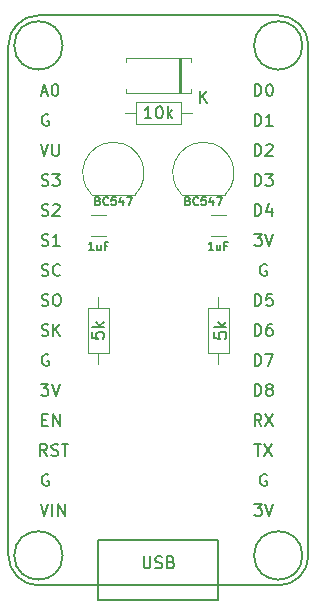
<source format=gbr>
G04 #@! TF.GenerationSoftware,KiCad,Pcbnew,(5.0.1)-4*
G04 #@! TF.CreationDate,2018-12-08T00:24:21+01:00*
G04 #@! TF.ProjectId,Motion Detector,4D6F74696F6E204465746563746F722E,rev?*
G04 #@! TF.SameCoordinates,Original*
G04 #@! TF.FileFunction,Legend,Top*
G04 #@! TF.FilePolarity,Positive*
%FSLAX46Y46*%
G04 Gerber Fmt 4.6, Leading zero omitted, Abs format (unit mm)*
G04 Created by KiCad (PCBNEW (5.0.1)-4) date 08-Dec-18 12:24:21 AM*
%MOMM*%
%LPD*%
G01*
G04 APERTURE LIST*
%ADD10C,0.120000*%
%ADD11C,0.150000*%
G04 APERTURE END LIST*
D10*
G04 #@! TO.C,C1*
X153021000Y-89820000D02*
X154279000Y-89820000D01*
X153021000Y-87980000D02*
X154279000Y-87980000D01*
G04 #@! TO.C,C2*
X144159000Y-87980000D02*
X142901000Y-87980000D01*
X144159000Y-89820000D02*
X142901000Y-89820000D01*
G04 #@! TO.C,D1*
X151310000Y-77340000D02*
X151310000Y-77670000D01*
X151310000Y-77670000D02*
X145870000Y-77670000D01*
X145870000Y-77670000D02*
X145870000Y-77340000D01*
X151310000Y-75060000D02*
X151310000Y-74730000D01*
X151310000Y-74730000D02*
X145870000Y-74730000D01*
X145870000Y-74730000D02*
X145870000Y-75060000D01*
X150410000Y-77670000D02*
X150410000Y-74730000D01*
X150290000Y-77670000D02*
X150290000Y-74730000D01*
X150530000Y-77670000D02*
X150530000Y-74730000D01*
G04 #@! TO.C,Q1*
X150600000Y-86305000D02*
X154200000Y-86305000D01*
X150561522Y-86293478D02*
G75*
G02X152400000Y-81855000I1838478J1838478D01*
G01*
X154238478Y-86293478D02*
G75*
G03X152400000Y-81855000I-1838478J1838478D01*
G01*
G04 #@! TO.C,Q2*
X146618478Y-86293478D02*
G75*
G03X144780000Y-81855000I-1838478J1838478D01*
G01*
X142941522Y-86293478D02*
G75*
G02X144780000Y-81855000I1838478J1838478D01*
G01*
X142980000Y-86305000D02*
X146580000Y-86305000D01*
G04 #@! TO.C,R1*
X153670000Y-94920000D02*
X153670000Y-95870000D01*
X153670000Y-100660000D02*
X153670000Y-99710000D01*
X152750000Y-95870000D02*
X152750000Y-99710000D01*
X154590000Y-95870000D02*
X152750000Y-95870000D01*
X154590000Y-99710000D02*
X154590000Y-95870000D01*
X152750000Y-99710000D02*
X154590000Y-99710000D01*
G04 #@! TO.C,R2*
X142590000Y-99710000D02*
X144430000Y-99710000D01*
X144430000Y-99710000D02*
X144430000Y-95870000D01*
X144430000Y-95870000D02*
X142590000Y-95870000D01*
X142590000Y-95870000D02*
X142590000Y-99710000D01*
X143510000Y-100660000D02*
X143510000Y-99710000D01*
X143510000Y-94920000D02*
X143510000Y-95870000D01*
G04 #@! TO.C,R3*
X146670000Y-78455000D02*
X146670000Y-80295000D01*
X146670000Y-80295000D02*
X150510000Y-80295000D01*
X150510000Y-80295000D02*
X150510000Y-78455000D01*
X150510000Y-78455000D02*
X146670000Y-78455000D01*
X145720000Y-79375000D02*
X146670000Y-79375000D01*
X151460000Y-79375000D02*
X150510000Y-79375000D01*
D11*
G04 #@! TO.C,U1*
X135890000Y-73660000D02*
G75*
G02X138430000Y-71120000I2540000J0D01*
G01*
X158750000Y-71120000D02*
G75*
G02X161290000Y-73660000I0J-2540000D01*
G01*
X161290000Y-116840000D02*
G75*
G02X158750000Y-119380000I-2540000J0D01*
G01*
X138430000Y-119380000D02*
G75*
G02X135890000Y-116840000I0J2540000D01*
G01*
X138430000Y-71120000D02*
X158750000Y-71120000D01*
X161290000Y-73660000D02*
X161290000Y-116840000D01*
X158750000Y-119380000D02*
X138430000Y-119380000D01*
X135890000Y-116840000D02*
X135890000Y-73660000D01*
X153670000Y-120650000D02*
X153670000Y-115570000D01*
X153670000Y-115570000D02*
X143510000Y-115570000D01*
X143510000Y-115570000D02*
X143510000Y-120650000D01*
X143510000Y-120650000D02*
X153670000Y-120650000D01*
X140477813Y-116840000D02*
G75*
G03X140477813Y-116840000I-2047813J0D01*
G01*
X160782000Y-116840000D02*
G75*
G03X160782000Y-116840000I-2047813J0D01*
G01*
X160782000Y-73660000D02*
G75*
G03X160782000Y-73660000I-2047813J0D01*
G01*
X140477813Y-73660000D02*
G75*
G03X140477813Y-73660000I-2047813J0D01*
G01*
G04 #@! TO.C,C1*
X153233333Y-90994666D02*
X152833333Y-90994666D01*
X153033333Y-90994666D02*
X153033333Y-90294666D01*
X152966666Y-90394666D01*
X152900000Y-90461333D01*
X152833333Y-90494666D01*
X153833333Y-90528000D02*
X153833333Y-90994666D01*
X153533333Y-90528000D02*
X153533333Y-90894666D01*
X153566666Y-90961333D01*
X153633333Y-90994666D01*
X153733333Y-90994666D01*
X153800000Y-90961333D01*
X153833333Y-90928000D01*
X154400000Y-90628000D02*
X154166666Y-90628000D01*
X154166666Y-90994666D02*
X154166666Y-90294666D01*
X154500000Y-90294666D01*
G04 #@! TO.C,C2*
X143093333Y-90994666D02*
X142693333Y-90994666D01*
X142893333Y-90994666D02*
X142893333Y-90294666D01*
X142826666Y-90394666D01*
X142760000Y-90461333D01*
X142693333Y-90494666D01*
X143693333Y-90528000D02*
X143693333Y-90994666D01*
X143393333Y-90528000D02*
X143393333Y-90894666D01*
X143426666Y-90961333D01*
X143493333Y-90994666D01*
X143593333Y-90994666D01*
X143660000Y-90961333D01*
X143693333Y-90928000D01*
X144260000Y-90628000D02*
X144026666Y-90628000D01*
X144026666Y-90994666D02*
X144026666Y-90294666D01*
X144360000Y-90294666D01*
G04 #@! TO.C,D1*
X152138095Y-78552380D02*
X152138095Y-77552380D01*
X152709523Y-78552380D02*
X152280952Y-77980952D01*
X152709523Y-77552380D02*
X152138095Y-78123809D01*
G04 #@! TO.C,Q1*
X151100000Y-86818000D02*
X151200000Y-86851333D01*
X151233333Y-86884666D01*
X151266666Y-86951333D01*
X151266666Y-87051333D01*
X151233333Y-87118000D01*
X151200000Y-87151333D01*
X151133333Y-87184666D01*
X150866666Y-87184666D01*
X150866666Y-86484666D01*
X151100000Y-86484666D01*
X151166666Y-86518000D01*
X151200000Y-86551333D01*
X151233333Y-86618000D01*
X151233333Y-86684666D01*
X151200000Y-86751333D01*
X151166666Y-86784666D01*
X151100000Y-86818000D01*
X150866666Y-86818000D01*
X151966666Y-87118000D02*
X151933333Y-87151333D01*
X151833333Y-87184666D01*
X151766666Y-87184666D01*
X151666666Y-87151333D01*
X151600000Y-87084666D01*
X151566666Y-87018000D01*
X151533333Y-86884666D01*
X151533333Y-86784666D01*
X151566666Y-86651333D01*
X151600000Y-86584666D01*
X151666666Y-86518000D01*
X151766666Y-86484666D01*
X151833333Y-86484666D01*
X151933333Y-86518000D01*
X151966666Y-86551333D01*
X152600000Y-86484666D02*
X152266666Y-86484666D01*
X152233333Y-86818000D01*
X152266666Y-86784666D01*
X152333333Y-86751333D01*
X152500000Y-86751333D01*
X152566666Y-86784666D01*
X152600000Y-86818000D01*
X152633333Y-86884666D01*
X152633333Y-87051333D01*
X152600000Y-87118000D01*
X152566666Y-87151333D01*
X152500000Y-87184666D01*
X152333333Y-87184666D01*
X152266666Y-87151333D01*
X152233333Y-87118000D01*
X153233333Y-86718000D02*
X153233333Y-87184666D01*
X153066666Y-86451333D02*
X152900000Y-86951333D01*
X153333333Y-86951333D01*
X153533333Y-86484666D02*
X154000000Y-86484666D01*
X153700000Y-87184666D01*
G04 #@! TO.C,Q2*
X143480000Y-86818000D02*
X143580000Y-86851333D01*
X143613333Y-86884666D01*
X143646666Y-86951333D01*
X143646666Y-87051333D01*
X143613333Y-87118000D01*
X143580000Y-87151333D01*
X143513333Y-87184666D01*
X143246666Y-87184666D01*
X143246666Y-86484666D01*
X143480000Y-86484666D01*
X143546666Y-86518000D01*
X143580000Y-86551333D01*
X143613333Y-86618000D01*
X143613333Y-86684666D01*
X143580000Y-86751333D01*
X143546666Y-86784666D01*
X143480000Y-86818000D01*
X143246666Y-86818000D01*
X144346666Y-87118000D02*
X144313333Y-87151333D01*
X144213333Y-87184666D01*
X144146666Y-87184666D01*
X144046666Y-87151333D01*
X143980000Y-87084666D01*
X143946666Y-87018000D01*
X143913333Y-86884666D01*
X143913333Y-86784666D01*
X143946666Y-86651333D01*
X143980000Y-86584666D01*
X144046666Y-86518000D01*
X144146666Y-86484666D01*
X144213333Y-86484666D01*
X144313333Y-86518000D01*
X144346666Y-86551333D01*
X144980000Y-86484666D02*
X144646666Y-86484666D01*
X144613333Y-86818000D01*
X144646666Y-86784666D01*
X144713333Y-86751333D01*
X144880000Y-86751333D01*
X144946666Y-86784666D01*
X144980000Y-86818000D01*
X145013333Y-86884666D01*
X145013333Y-87051333D01*
X144980000Y-87118000D01*
X144946666Y-87151333D01*
X144880000Y-87184666D01*
X144713333Y-87184666D01*
X144646666Y-87151333D01*
X144613333Y-87118000D01*
X145613333Y-86718000D02*
X145613333Y-87184666D01*
X145446666Y-86451333D02*
X145280000Y-86951333D01*
X145713333Y-86951333D01*
X145913333Y-86484666D02*
X146380000Y-86484666D01*
X146080000Y-87184666D01*
G04 #@! TO.C,R1*
X153317379Y-97956666D02*
X153317379Y-98432857D01*
X153793570Y-98480476D01*
X153745951Y-98432857D01*
X153698332Y-98337619D01*
X153698332Y-98099523D01*
X153745951Y-98004285D01*
X153793570Y-97956666D01*
X153888808Y-97909047D01*
X154126903Y-97909047D01*
X154222141Y-97956666D01*
X154269760Y-98004285D01*
X154317379Y-98099523D01*
X154317379Y-98337619D01*
X154269760Y-98432857D01*
X154222141Y-98480476D01*
X154317379Y-97480476D02*
X153317379Y-97480476D01*
X153936427Y-97385238D02*
X154317379Y-97099523D01*
X153650713Y-97099523D02*
X154031665Y-97480476D01*
G04 #@! TO.C,R2*
X142962380Y-97956666D02*
X142962380Y-98432857D01*
X143438571Y-98480476D01*
X143390952Y-98432857D01*
X143343333Y-98337619D01*
X143343333Y-98099523D01*
X143390952Y-98004285D01*
X143438571Y-97956666D01*
X143533809Y-97909047D01*
X143771904Y-97909047D01*
X143867142Y-97956666D01*
X143914761Y-98004285D01*
X143962380Y-98099523D01*
X143962380Y-98337619D01*
X143914761Y-98432857D01*
X143867142Y-98480476D01*
X143962380Y-97480476D02*
X142962380Y-97480476D01*
X143581428Y-97385238D02*
X143962380Y-97099523D01*
X143295714Y-97099523D02*
X143676666Y-97480476D01*
G04 #@! TO.C,R3*
X147994761Y-79827380D02*
X147423333Y-79827380D01*
X147709047Y-79827380D02*
X147709047Y-78827380D01*
X147613809Y-78970238D01*
X147518571Y-79065476D01*
X147423333Y-79113095D01*
X148613809Y-78827380D02*
X148709047Y-78827380D01*
X148804285Y-78875000D01*
X148851904Y-78922619D01*
X148899523Y-79017857D01*
X148947142Y-79208333D01*
X148947142Y-79446428D01*
X148899523Y-79636904D01*
X148851904Y-79732142D01*
X148804285Y-79779761D01*
X148709047Y-79827380D01*
X148613809Y-79827380D01*
X148518571Y-79779761D01*
X148470952Y-79732142D01*
X148423333Y-79636904D01*
X148375714Y-79446428D01*
X148375714Y-79208333D01*
X148423333Y-79017857D01*
X148470952Y-78922619D01*
X148518571Y-78875000D01*
X148613809Y-78827380D01*
X149375714Y-79827380D02*
X149375714Y-78827380D01*
X149470952Y-79446428D02*
X149756666Y-79827380D01*
X149756666Y-79160714D02*
X149375714Y-79541666D01*
G04 #@! TO.C,U1*
X138604761Y-112482380D02*
X138938095Y-113482380D01*
X139271428Y-112482380D01*
X139604761Y-113482380D02*
X139604761Y-112482380D01*
X140080952Y-113482380D02*
X140080952Y-112482380D01*
X140652380Y-113482380D01*
X140652380Y-112482380D01*
X139271428Y-109990000D02*
X139176190Y-109942380D01*
X139033333Y-109942380D01*
X138890476Y-109990000D01*
X138795238Y-110085238D01*
X138747619Y-110180476D01*
X138700000Y-110370952D01*
X138700000Y-110513809D01*
X138747619Y-110704285D01*
X138795238Y-110799523D01*
X138890476Y-110894761D01*
X139033333Y-110942380D01*
X139128571Y-110942380D01*
X139271428Y-110894761D01*
X139319047Y-110847142D01*
X139319047Y-110513809D01*
X139128571Y-110513809D01*
X139152380Y-108402380D02*
X138819047Y-107926190D01*
X138580952Y-108402380D02*
X138580952Y-107402380D01*
X138961904Y-107402380D01*
X139057142Y-107450000D01*
X139104761Y-107497619D01*
X139152380Y-107592857D01*
X139152380Y-107735714D01*
X139104761Y-107830952D01*
X139057142Y-107878571D01*
X138961904Y-107926190D01*
X138580952Y-107926190D01*
X139533333Y-108354761D02*
X139676190Y-108402380D01*
X139914285Y-108402380D01*
X140009523Y-108354761D01*
X140057142Y-108307142D01*
X140104761Y-108211904D01*
X140104761Y-108116666D01*
X140057142Y-108021428D01*
X140009523Y-107973809D01*
X139914285Y-107926190D01*
X139723809Y-107878571D01*
X139628571Y-107830952D01*
X139580952Y-107783333D01*
X139533333Y-107688095D01*
X139533333Y-107592857D01*
X139580952Y-107497619D01*
X139628571Y-107450000D01*
X139723809Y-107402380D01*
X139961904Y-107402380D01*
X140104761Y-107450000D01*
X140390476Y-107402380D02*
X140961904Y-107402380D01*
X140676190Y-108402380D02*
X140676190Y-107402380D01*
X138747618Y-105338571D02*
X139080952Y-105338571D01*
X139223809Y-105862380D02*
X138747618Y-105862380D01*
X138747618Y-104862380D01*
X139223809Y-104862380D01*
X139652380Y-105862380D02*
X139652380Y-104862380D01*
X140223809Y-105862380D01*
X140223809Y-104862380D01*
X138652381Y-102322380D02*
X139271428Y-102322380D01*
X138938095Y-102703333D01*
X139080952Y-102703333D01*
X139176190Y-102750952D01*
X139223809Y-102798571D01*
X139271428Y-102893809D01*
X139271428Y-103131904D01*
X139223809Y-103227142D01*
X139176190Y-103274761D01*
X139080952Y-103322380D01*
X138795238Y-103322380D01*
X138700000Y-103274761D01*
X138652381Y-103227142D01*
X139557143Y-102322380D02*
X139890476Y-103322380D01*
X140223809Y-102322380D01*
X139271428Y-99830000D02*
X139176190Y-99782380D01*
X139033333Y-99782380D01*
X138890476Y-99830000D01*
X138795238Y-99925238D01*
X138747619Y-100020476D01*
X138700000Y-100210952D01*
X138700000Y-100353809D01*
X138747619Y-100544285D01*
X138795238Y-100639523D01*
X138890476Y-100734761D01*
X139033333Y-100782380D01*
X139128571Y-100782380D01*
X139271428Y-100734761D01*
X139319047Y-100687142D01*
X139319047Y-100353809D01*
X139128571Y-100353809D01*
X138699999Y-98194761D02*
X138842856Y-98242380D01*
X139080952Y-98242380D01*
X139176190Y-98194761D01*
X139223809Y-98147142D01*
X139271428Y-98051904D01*
X139271428Y-97956666D01*
X139223809Y-97861428D01*
X139176190Y-97813809D01*
X139080952Y-97766190D01*
X138890475Y-97718571D01*
X138795237Y-97670952D01*
X138747618Y-97623333D01*
X138699999Y-97528095D01*
X138699999Y-97432857D01*
X138747618Y-97337619D01*
X138795237Y-97290000D01*
X138890475Y-97242380D01*
X139128571Y-97242380D01*
X139271428Y-97290000D01*
X139699999Y-98242380D02*
X139699999Y-97242380D01*
X140271428Y-98242380D02*
X139842856Y-97670952D01*
X140271428Y-97242380D02*
X139699999Y-97813809D01*
X138700000Y-95654761D02*
X138842857Y-95702380D01*
X139080952Y-95702380D01*
X139176190Y-95654761D01*
X139223809Y-95607142D01*
X139271428Y-95511904D01*
X139271428Y-95416666D01*
X139223809Y-95321428D01*
X139176190Y-95273809D01*
X139080952Y-95226190D01*
X138890476Y-95178571D01*
X138795238Y-95130952D01*
X138747619Y-95083333D01*
X138700000Y-94988095D01*
X138700000Y-94892857D01*
X138747619Y-94797619D01*
X138795238Y-94750000D01*
X138890476Y-94702380D01*
X139128571Y-94702380D01*
X139271428Y-94750000D01*
X139890476Y-94702380D02*
X140080952Y-94702380D01*
X140176190Y-94750000D01*
X140271428Y-94845238D01*
X140319047Y-95035714D01*
X140319047Y-95369047D01*
X140271428Y-95559523D01*
X140176190Y-95654761D01*
X140080952Y-95702380D01*
X139890476Y-95702380D01*
X139795238Y-95654761D01*
X139700000Y-95559523D01*
X139652381Y-95369047D01*
X139652381Y-95035714D01*
X139700000Y-94845238D01*
X139795238Y-94750000D01*
X139890476Y-94702380D01*
X138699999Y-93114761D02*
X138842856Y-93162380D01*
X139080952Y-93162380D01*
X139176190Y-93114761D01*
X139223809Y-93067142D01*
X139271428Y-92971904D01*
X139271428Y-92876666D01*
X139223809Y-92781428D01*
X139176190Y-92733809D01*
X139080952Y-92686190D01*
X138890475Y-92638571D01*
X138795237Y-92590952D01*
X138747618Y-92543333D01*
X138699999Y-92448095D01*
X138699999Y-92352857D01*
X138747618Y-92257619D01*
X138795237Y-92210000D01*
X138890475Y-92162380D01*
X139128571Y-92162380D01*
X139271428Y-92210000D01*
X140271428Y-93067142D02*
X140223809Y-93114761D01*
X140080952Y-93162380D01*
X139985714Y-93162380D01*
X139842856Y-93114761D01*
X139747618Y-93019523D01*
X139699999Y-92924285D01*
X139652380Y-92733809D01*
X139652380Y-92590952D01*
X139699999Y-92400476D01*
X139747618Y-92305238D01*
X139842856Y-92210000D01*
X139985714Y-92162380D01*
X140080952Y-92162380D01*
X140223809Y-92210000D01*
X140271428Y-92257619D01*
X138700000Y-90574761D02*
X138842857Y-90622380D01*
X139080952Y-90622380D01*
X139176190Y-90574761D01*
X139223809Y-90527142D01*
X139271428Y-90431904D01*
X139271428Y-90336666D01*
X139223809Y-90241428D01*
X139176190Y-90193809D01*
X139080952Y-90146190D01*
X138890476Y-90098571D01*
X138795238Y-90050952D01*
X138747619Y-90003333D01*
X138700000Y-89908095D01*
X138700000Y-89812857D01*
X138747619Y-89717619D01*
X138795238Y-89670000D01*
X138890476Y-89622380D01*
X139128571Y-89622380D01*
X139271428Y-89670000D01*
X140223809Y-90622380D02*
X139652381Y-90622380D01*
X139938095Y-90622380D02*
X139938095Y-89622380D01*
X139842857Y-89765238D01*
X139747619Y-89860476D01*
X139652381Y-89908095D01*
X138700000Y-88034761D02*
X138842857Y-88082380D01*
X139080952Y-88082380D01*
X139176190Y-88034761D01*
X139223809Y-87987142D01*
X139271428Y-87891904D01*
X139271428Y-87796666D01*
X139223809Y-87701428D01*
X139176190Y-87653809D01*
X139080952Y-87606190D01*
X138890476Y-87558571D01*
X138795238Y-87510952D01*
X138747619Y-87463333D01*
X138700000Y-87368095D01*
X138700000Y-87272857D01*
X138747619Y-87177619D01*
X138795238Y-87130000D01*
X138890476Y-87082380D01*
X139128571Y-87082380D01*
X139271428Y-87130000D01*
X139652381Y-87177619D02*
X139700000Y-87130000D01*
X139795238Y-87082380D01*
X140033333Y-87082380D01*
X140128571Y-87130000D01*
X140176190Y-87177619D01*
X140223809Y-87272857D01*
X140223809Y-87368095D01*
X140176190Y-87510952D01*
X139604762Y-88082380D01*
X140223809Y-88082380D01*
X138700000Y-85494761D02*
X138842857Y-85542380D01*
X139080952Y-85542380D01*
X139176190Y-85494761D01*
X139223809Y-85447142D01*
X139271428Y-85351904D01*
X139271428Y-85256666D01*
X139223809Y-85161428D01*
X139176190Y-85113809D01*
X139080952Y-85066190D01*
X138890476Y-85018571D01*
X138795238Y-84970952D01*
X138747619Y-84923333D01*
X138700000Y-84828095D01*
X138700000Y-84732857D01*
X138747619Y-84637619D01*
X138795238Y-84590000D01*
X138890476Y-84542380D01*
X139128571Y-84542380D01*
X139271428Y-84590000D01*
X139604762Y-84542380D02*
X140223809Y-84542380D01*
X139890476Y-84923333D01*
X140033333Y-84923333D01*
X140128571Y-84970952D01*
X140176190Y-85018571D01*
X140223809Y-85113809D01*
X140223809Y-85351904D01*
X140176190Y-85447142D01*
X140128571Y-85494761D01*
X140033333Y-85542380D01*
X139747619Y-85542380D01*
X139652381Y-85494761D01*
X139604762Y-85447142D01*
X138604762Y-82002380D02*
X138938095Y-83002380D01*
X139271428Y-82002380D01*
X139604762Y-82002380D02*
X139604762Y-82811904D01*
X139652381Y-82907142D01*
X139700000Y-82954761D01*
X139795238Y-83002380D01*
X139985714Y-83002380D01*
X140080952Y-82954761D01*
X140128571Y-82907142D01*
X140176190Y-82811904D01*
X140176190Y-82002380D01*
X139271428Y-79510000D02*
X139176190Y-79462380D01*
X139033333Y-79462380D01*
X138890476Y-79510000D01*
X138795238Y-79605238D01*
X138747619Y-79700476D01*
X138700000Y-79890952D01*
X138700000Y-80033809D01*
X138747619Y-80224285D01*
X138795238Y-80319523D01*
X138890476Y-80414761D01*
X139033333Y-80462380D01*
X139128571Y-80462380D01*
X139271428Y-80414761D01*
X139319047Y-80367142D01*
X139319047Y-80033809D01*
X139128571Y-80033809D01*
X138700000Y-77636666D02*
X139176190Y-77636666D01*
X138604762Y-77922380D02*
X138938095Y-76922380D01*
X139271428Y-77922380D01*
X139795238Y-76922380D02*
X139890476Y-76922380D01*
X139985714Y-76970000D01*
X140033333Y-77017619D01*
X140080952Y-77112857D01*
X140128571Y-77303333D01*
X140128571Y-77541428D01*
X140080952Y-77731904D01*
X140033333Y-77827142D01*
X139985714Y-77874761D01*
X139890476Y-77922380D01*
X139795238Y-77922380D01*
X139700000Y-77874761D01*
X139652381Y-77827142D01*
X139604762Y-77731904D01*
X139557143Y-77541428D01*
X139557143Y-77303333D01*
X139604762Y-77112857D01*
X139652381Y-77017619D01*
X139700000Y-76970000D01*
X139795238Y-76922380D01*
X156718095Y-112482380D02*
X157337142Y-112482380D01*
X157003809Y-112863333D01*
X157146666Y-112863333D01*
X157241904Y-112910952D01*
X157289523Y-112958571D01*
X157337142Y-113053809D01*
X157337142Y-113291904D01*
X157289523Y-113387142D01*
X157241904Y-113434761D01*
X157146666Y-113482380D01*
X156860952Y-113482380D01*
X156765714Y-113434761D01*
X156718095Y-113387142D01*
X157622857Y-112482380D02*
X157956190Y-113482380D01*
X158289523Y-112482380D01*
X157741904Y-109990000D02*
X157646666Y-109942380D01*
X157503809Y-109942380D01*
X157360952Y-109990000D01*
X157265714Y-110085238D01*
X157218095Y-110180476D01*
X157170476Y-110370952D01*
X157170476Y-110513809D01*
X157218095Y-110704285D01*
X157265714Y-110799523D01*
X157360952Y-110894761D01*
X157503809Y-110942380D01*
X157599047Y-110942380D01*
X157741904Y-110894761D01*
X157789523Y-110847142D01*
X157789523Y-110513809D01*
X157599047Y-110513809D01*
X156718095Y-107402380D02*
X157289523Y-107402380D01*
X157003809Y-108402380D02*
X157003809Y-107402380D01*
X157527619Y-107402380D02*
X158194285Y-108402380D01*
X158194285Y-107402380D02*
X157527619Y-108402380D01*
X157313333Y-105862380D02*
X156980000Y-105386190D01*
X156741904Y-105862380D02*
X156741904Y-104862380D01*
X157122857Y-104862380D01*
X157218095Y-104910000D01*
X157265714Y-104957619D01*
X157313333Y-105052857D01*
X157313333Y-105195714D01*
X157265714Y-105290952D01*
X157218095Y-105338571D01*
X157122857Y-105386190D01*
X156741904Y-105386190D01*
X157646666Y-104862380D02*
X158313333Y-105862380D01*
X158313333Y-104862380D02*
X157646666Y-105862380D01*
X156741904Y-103322380D02*
X156741904Y-102322380D01*
X156980000Y-102322380D01*
X157122857Y-102370000D01*
X157218095Y-102465238D01*
X157265714Y-102560476D01*
X157313333Y-102750952D01*
X157313333Y-102893809D01*
X157265714Y-103084285D01*
X157218095Y-103179523D01*
X157122857Y-103274761D01*
X156980000Y-103322380D01*
X156741904Y-103322380D01*
X157884761Y-102750952D02*
X157789523Y-102703333D01*
X157741904Y-102655714D01*
X157694285Y-102560476D01*
X157694285Y-102512857D01*
X157741904Y-102417619D01*
X157789523Y-102370000D01*
X157884761Y-102322380D01*
X158075238Y-102322380D01*
X158170476Y-102370000D01*
X158218095Y-102417619D01*
X158265714Y-102512857D01*
X158265714Y-102560476D01*
X158218095Y-102655714D01*
X158170476Y-102703333D01*
X158075238Y-102750952D01*
X157884761Y-102750952D01*
X157789523Y-102798571D01*
X157741904Y-102846190D01*
X157694285Y-102941428D01*
X157694285Y-103131904D01*
X157741904Y-103227142D01*
X157789523Y-103274761D01*
X157884761Y-103322380D01*
X158075238Y-103322380D01*
X158170476Y-103274761D01*
X158218095Y-103227142D01*
X158265714Y-103131904D01*
X158265714Y-102941428D01*
X158218095Y-102846190D01*
X158170476Y-102798571D01*
X158075238Y-102750952D01*
X156741904Y-100782380D02*
X156741904Y-99782380D01*
X156980000Y-99782380D01*
X157122857Y-99830000D01*
X157218095Y-99925238D01*
X157265714Y-100020476D01*
X157313333Y-100210952D01*
X157313333Y-100353809D01*
X157265714Y-100544285D01*
X157218095Y-100639523D01*
X157122857Y-100734761D01*
X156980000Y-100782380D01*
X156741904Y-100782380D01*
X157646666Y-99782380D02*
X158313333Y-99782380D01*
X157884761Y-100782380D01*
X156741904Y-98242380D02*
X156741904Y-97242380D01*
X156980000Y-97242380D01*
X157122857Y-97290000D01*
X157218095Y-97385238D01*
X157265714Y-97480476D01*
X157313333Y-97670952D01*
X157313333Y-97813809D01*
X157265714Y-98004285D01*
X157218095Y-98099523D01*
X157122857Y-98194761D01*
X156980000Y-98242380D01*
X156741904Y-98242380D01*
X158170476Y-97242380D02*
X157980000Y-97242380D01*
X157884761Y-97290000D01*
X157837142Y-97337619D01*
X157741904Y-97480476D01*
X157694285Y-97670952D01*
X157694285Y-98051904D01*
X157741904Y-98147142D01*
X157789523Y-98194761D01*
X157884761Y-98242380D01*
X158075238Y-98242380D01*
X158170476Y-98194761D01*
X158218095Y-98147142D01*
X158265714Y-98051904D01*
X158265714Y-97813809D01*
X158218095Y-97718571D01*
X158170476Y-97670952D01*
X158075238Y-97623333D01*
X157884761Y-97623333D01*
X157789523Y-97670952D01*
X157741904Y-97718571D01*
X157694285Y-97813809D01*
X156741904Y-95702380D02*
X156741904Y-94702380D01*
X156980000Y-94702380D01*
X157122857Y-94750000D01*
X157218095Y-94845238D01*
X157265714Y-94940476D01*
X157313333Y-95130952D01*
X157313333Y-95273809D01*
X157265714Y-95464285D01*
X157218095Y-95559523D01*
X157122857Y-95654761D01*
X156980000Y-95702380D01*
X156741904Y-95702380D01*
X158218095Y-94702380D02*
X157741904Y-94702380D01*
X157694285Y-95178571D01*
X157741904Y-95130952D01*
X157837142Y-95083333D01*
X158075238Y-95083333D01*
X158170476Y-95130952D01*
X158218095Y-95178571D01*
X158265714Y-95273809D01*
X158265714Y-95511904D01*
X158218095Y-95607142D01*
X158170476Y-95654761D01*
X158075238Y-95702380D01*
X157837142Y-95702380D01*
X157741904Y-95654761D01*
X157694285Y-95607142D01*
X157741904Y-92210000D02*
X157646666Y-92162380D01*
X157503809Y-92162380D01*
X157360952Y-92210000D01*
X157265714Y-92305238D01*
X157218095Y-92400476D01*
X157170476Y-92590952D01*
X157170476Y-92733809D01*
X157218095Y-92924285D01*
X157265714Y-93019523D01*
X157360952Y-93114761D01*
X157503809Y-93162380D01*
X157599047Y-93162380D01*
X157741904Y-93114761D01*
X157789523Y-93067142D01*
X157789523Y-92733809D01*
X157599047Y-92733809D01*
X156718095Y-89622380D02*
X157337142Y-89622380D01*
X157003809Y-90003333D01*
X157146666Y-90003333D01*
X157241904Y-90050952D01*
X157289523Y-90098571D01*
X157337142Y-90193809D01*
X157337142Y-90431904D01*
X157289523Y-90527142D01*
X157241904Y-90574761D01*
X157146666Y-90622380D01*
X156860952Y-90622380D01*
X156765714Y-90574761D01*
X156718095Y-90527142D01*
X157622857Y-89622380D02*
X157956190Y-90622380D01*
X158289523Y-89622380D01*
X156741904Y-88082380D02*
X156741904Y-87082380D01*
X156980000Y-87082380D01*
X157122857Y-87130000D01*
X157218095Y-87225238D01*
X157265714Y-87320476D01*
X157313333Y-87510952D01*
X157313333Y-87653809D01*
X157265714Y-87844285D01*
X157218095Y-87939523D01*
X157122857Y-88034761D01*
X156980000Y-88082380D01*
X156741904Y-88082380D01*
X158170476Y-87415714D02*
X158170476Y-88082380D01*
X157932380Y-87034761D02*
X157694285Y-87749047D01*
X158313333Y-87749047D01*
X156741904Y-85542380D02*
X156741904Y-84542380D01*
X156980000Y-84542380D01*
X157122857Y-84590000D01*
X157218095Y-84685238D01*
X157265714Y-84780476D01*
X157313333Y-84970952D01*
X157313333Y-85113809D01*
X157265714Y-85304285D01*
X157218095Y-85399523D01*
X157122857Y-85494761D01*
X156980000Y-85542380D01*
X156741904Y-85542380D01*
X157646666Y-84542380D02*
X158265714Y-84542380D01*
X157932380Y-84923333D01*
X158075238Y-84923333D01*
X158170476Y-84970952D01*
X158218095Y-85018571D01*
X158265714Y-85113809D01*
X158265714Y-85351904D01*
X158218095Y-85447142D01*
X158170476Y-85494761D01*
X158075238Y-85542380D01*
X157789523Y-85542380D01*
X157694285Y-85494761D01*
X157646666Y-85447142D01*
X156741904Y-83002380D02*
X156741904Y-82002380D01*
X156980000Y-82002380D01*
X157122857Y-82050000D01*
X157218095Y-82145238D01*
X157265714Y-82240476D01*
X157313333Y-82430952D01*
X157313333Y-82573809D01*
X157265714Y-82764285D01*
X157218095Y-82859523D01*
X157122857Y-82954761D01*
X156980000Y-83002380D01*
X156741904Y-83002380D01*
X157694285Y-82097619D02*
X157741904Y-82050000D01*
X157837142Y-82002380D01*
X158075238Y-82002380D01*
X158170476Y-82050000D01*
X158218095Y-82097619D01*
X158265714Y-82192857D01*
X158265714Y-82288095D01*
X158218095Y-82430952D01*
X157646666Y-83002380D01*
X158265714Y-83002380D01*
X156741904Y-80462380D02*
X156741904Y-79462380D01*
X156980000Y-79462380D01*
X157122857Y-79510000D01*
X157218095Y-79605238D01*
X157265714Y-79700476D01*
X157313333Y-79890952D01*
X157313333Y-80033809D01*
X157265714Y-80224285D01*
X157218095Y-80319523D01*
X157122857Y-80414761D01*
X156980000Y-80462380D01*
X156741904Y-80462380D01*
X158265714Y-80462380D02*
X157694285Y-80462380D01*
X157980000Y-80462380D02*
X157980000Y-79462380D01*
X157884761Y-79605238D01*
X157789523Y-79700476D01*
X157694285Y-79748095D01*
X156741904Y-77922380D02*
X156741904Y-76922380D01*
X156980000Y-76922380D01*
X157122857Y-76970000D01*
X157218095Y-77065238D01*
X157265714Y-77160476D01*
X157313333Y-77350952D01*
X157313333Y-77493809D01*
X157265714Y-77684285D01*
X157218095Y-77779523D01*
X157122857Y-77874761D01*
X156980000Y-77922380D01*
X156741904Y-77922380D01*
X157932380Y-76922380D02*
X158027619Y-76922380D01*
X158122857Y-76970000D01*
X158170476Y-77017619D01*
X158218095Y-77112857D01*
X158265714Y-77303333D01*
X158265714Y-77541428D01*
X158218095Y-77731904D01*
X158170476Y-77827142D01*
X158122857Y-77874761D01*
X158027619Y-77922380D01*
X157932380Y-77922380D01*
X157837142Y-77874761D01*
X157789523Y-77827142D01*
X157741904Y-77731904D01*
X157694285Y-77541428D01*
X157694285Y-77303333D01*
X157741904Y-77112857D01*
X157789523Y-77017619D01*
X157837142Y-76970000D01*
X157932380Y-76922380D01*
X147328095Y-116927380D02*
X147328095Y-117736904D01*
X147375714Y-117832142D01*
X147423333Y-117879761D01*
X147518571Y-117927380D01*
X147709047Y-117927380D01*
X147804285Y-117879761D01*
X147851904Y-117832142D01*
X147899523Y-117736904D01*
X147899523Y-116927380D01*
X148328095Y-117879761D02*
X148470952Y-117927380D01*
X148709047Y-117927380D01*
X148804285Y-117879761D01*
X148851904Y-117832142D01*
X148899523Y-117736904D01*
X148899523Y-117641666D01*
X148851904Y-117546428D01*
X148804285Y-117498809D01*
X148709047Y-117451190D01*
X148518571Y-117403571D01*
X148423333Y-117355952D01*
X148375714Y-117308333D01*
X148328095Y-117213095D01*
X148328095Y-117117857D01*
X148375714Y-117022619D01*
X148423333Y-116975000D01*
X148518571Y-116927380D01*
X148756666Y-116927380D01*
X148899523Y-116975000D01*
X149661428Y-117403571D02*
X149804285Y-117451190D01*
X149851904Y-117498809D01*
X149899523Y-117594047D01*
X149899523Y-117736904D01*
X149851904Y-117832142D01*
X149804285Y-117879761D01*
X149709047Y-117927380D01*
X149328095Y-117927380D01*
X149328095Y-116927380D01*
X149661428Y-116927380D01*
X149756666Y-116975000D01*
X149804285Y-117022619D01*
X149851904Y-117117857D01*
X149851904Y-117213095D01*
X149804285Y-117308333D01*
X149756666Y-117355952D01*
X149661428Y-117403571D01*
X149328095Y-117403571D01*
G04 #@! TD*
M02*

</source>
